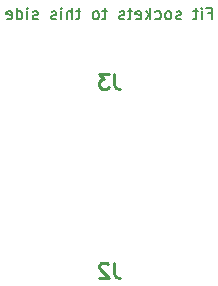
<source format=gbo>
G04 #@! TF.GenerationSoftware,KiCad,Pcbnew,(5.1.12)-1*
G04 #@! TF.CreationDate,2022-10-28T14:50:11+01:00*
G04 #@! TF.ProjectId,Apple-1 riser,4170706c-652d-4312-9072-697365722e6b,rev?*
G04 #@! TF.SameCoordinates,Original*
G04 #@! TF.FileFunction,Legend,Bot*
G04 #@! TF.FilePolarity,Positive*
%FSLAX46Y46*%
G04 Gerber Fmt 4.6, Leading zero omitted, Abs format (unit mm)*
G04 Created by KiCad (PCBNEW (5.1.12)-1) date 2022-10-28 14:50:11*
%MOMM*%
%LPD*%
G01*
G04 APERTURE LIST*
%ADD10C,0.150000*%
%ADD11C,0.254000*%
%ADD12C,1.905000*%
%ADD13R,1.905000X1.905000*%
%ADD14R,2.540000X10.000000*%
G04 APERTURE END LIST*
D10*
X154607142Y-100178571D02*
X154940476Y-100178571D01*
X154940476Y-100702380D02*
X154940476Y-99702380D01*
X154464285Y-99702380D01*
X154083333Y-100702380D02*
X154083333Y-100035714D01*
X154083333Y-99702380D02*
X154130952Y-99750000D01*
X154083333Y-99797619D01*
X154035714Y-99750000D01*
X154083333Y-99702380D01*
X154083333Y-99797619D01*
X153750000Y-100035714D02*
X153369047Y-100035714D01*
X153607142Y-99702380D02*
X153607142Y-100559523D01*
X153559523Y-100654761D01*
X153464285Y-100702380D01*
X153369047Y-100702380D01*
X152321428Y-100654761D02*
X152226190Y-100702380D01*
X152035714Y-100702380D01*
X151940476Y-100654761D01*
X151892857Y-100559523D01*
X151892857Y-100511904D01*
X151940476Y-100416666D01*
X152035714Y-100369047D01*
X152178571Y-100369047D01*
X152273809Y-100321428D01*
X152321428Y-100226190D01*
X152321428Y-100178571D01*
X152273809Y-100083333D01*
X152178571Y-100035714D01*
X152035714Y-100035714D01*
X151940476Y-100083333D01*
X151321428Y-100702380D02*
X151416666Y-100654761D01*
X151464285Y-100607142D01*
X151511904Y-100511904D01*
X151511904Y-100226190D01*
X151464285Y-100130952D01*
X151416666Y-100083333D01*
X151321428Y-100035714D01*
X151178571Y-100035714D01*
X151083333Y-100083333D01*
X151035714Y-100130952D01*
X150988095Y-100226190D01*
X150988095Y-100511904D01*
X151035714Y-100607142D01*
X151083333Y-100654761D01*
X151178571Y-100702380D01*
X151321428Y-100702380D01*
X150130952Y-100654761D02*
X150226190Y-100702380D01*
X150416666Y-100702380D01*
X150511904Y-100654761D01*
X150559523Y-100607142D01*
X150607142Y-100511904D01*
X150607142Y-100226190D01*
X150559523Y-100130952D01*
X150511904Y-100083333D01*
X150416666Y-100035714D01*
X150226190Y-100035714D01*
X150130952Y-100083333D01*
X149702380Y-100702380D02*
X149702380Y-99702380D01*
X149607142Y-100321428D02*
X149321428Y-100702380D01*
X149321428Y-100035714D02*
X149702380Y-100416666D01*
X148511904Y-100654761D02*
X148607142Y-100702380D01*
X148797619Y-100702380D01*
X148892857Y-100654761D01*
X148940476Y-100559523D01*
X148940476Y-100178571D01*
X148892857Y-100083333D01*
X148797619Y-100035714D01*
X148607142Y-100035714D01*
X148511904Y-100083333D01*
X148464285Y-100178571D01*
X148464285Y-100273809D01*
X148940476Y-100369047D01*
X148178571Y-100035714D02*
X147797619Y-100035714D01*
X148035714Y-99702380D02*
X148035714Y-100559523D01*
X147988095Y-100654761D01*
X147892857Y-100702380D01*
X147797619Y-100702380D01*
X147511904Y-100654761D02*
X147416666Y-100702380D01*
X147226190Y-100702380D01*
X147130952Y-100654761D01*
X147083333Y-100559523D01*
X147083333Y-100511904D01*
X147130952Y-100416666D01*
X147226190Y-100369047D01*
X147369047Y-100369047D01*
X147464285Y-100321428D01*
X147511904Y-100226190D01*
X147511904Y-100178571D01*
X147464285Y-100083333D01*
X147369047Y-100035714D01*
X147226190Y-100035714D01*
X147130952Y-100083333D01*
X146035714Y-100035714D02*
X145654761Y-100035714D01*
X145892857Y-99702380D02*
X145892857Y-100559523D01*
X145845238Y-100654761D01*
X145750000Y-100702380D01*
X145654761Y-100702380D01*
X145178571Y-100702380D02*
X145273809Y-100654761D01*
X145321428Y-100607142D01*
X145369047Y-100511904D01*
X145369047Y-100226190D01*
X145321428Y-100130952D01*
X145273809Y-100083333D01*
X145178571Y-100035714D01*
X145035714Y-100035714D01*
X144940476Y-100083333D01*
X144892857Y-100130952D01*
X144845238Y-100226190D01*
X144845238Y-100511904D01*
X144892857Y-100607142D01*
X144940476Y-100654761D01*
X145035714Y-100702380D01*
X145178571Y-100702380D01*
X143797619Y-100035714D02*
X143416666Y-100035714D01*
X143654761Y-99702380D02*
X143654761Y-100559523D01*
X143607142Y-100654761D01*
X143511904Y-100702380D01*
X143416666Y-100702380D01*
X143083333Y-100702380D02*
X143083333Y-99702380D01*
X142654761Y-100702380D02*
X142654761Y-100178571D01*
X142702380Y-100083333D01*
X142797619Y-100035714D01*
X142940476Y-100035714D01*
X143035714Y-100083333D01*
X143083333Y-100130952D01*
X142178571Y-100702380D02*
X142178571Y-100035714D01*
X142178571Y-99702380D02*
X142226190Y-99750000D01*
X142178571Y-99797619D01*
X142130952Y-99750000D01*
X142178571Y-99702380D01*
X142178571Y-99797619D01*
X141750000Y-100654761D02*
X141654761Y-100702380D01*
X141464285Y-100702380D01*
X141369047Y-100654761D01*
X141321428Y-100559523D01*
X141321428Y-100511904D01*
X141369047Y-100416666D01*
X141464285Y-100369047D01*
X141607142Y-100369047D01*
X141702380Y-100321428D01*
X141750000Y-100226190D01*
X141750000Y-100178571D01*
X141702380Y-100083333D01*
X141607142Y-100035714D01*
X141464285Y-100035714D01*
X141369047Y-100083333D01*
X140178571Y-100654761D02*
X140083333Y-100702380D01*
X139892857Y-100702380D01*
X139797619Y-100654761D01*
X139750000Y-100559523D01*
X139750000Y-100511904D01*
X139797619Y-100416666D01*
X139892857Y-100369047D01*
X140035714Y-100369047D01*
X140130952Y-100321428D01*
X140178571Y-100226190D01*
X140178571Y-100178571D01*
X140130952Y-100083333D01*
X140035714Y-100035714D01*
X139892857Y-100035714D01*
X139797619Y-100083333D01*
X139321428Y-100702380D02*
X139321428Y-100035714D01*
X139321428Y-99702380D02*
X139369047Y-99750000D01*
X139321428Y-99797619D01*
X139273809Y-99750000D01*
X139321428Y-99702380D01*
X139321428Y-99797619D01*
X138416666Y-100702380D02*
X138416666Y-99702380D01*
X138416666Y-100654761D02*
X138511904Y-100702380D01*
X138702380Y-100702380D01*
X138797619Y-100654761D01*
X138845238Y-100607142D01*
X138892857Y-100511904D01*
X138892857Y-100226190D01*
X138845238Y-100130952D01*
X138797619Y-100083333D01*
X138702380Y-100035714D01*
X138511904Y-100035714D01*
X138416666Y-100083333D01*
X137559523Y-100654761D02*
X137654761Y-100702380D01*
X137845238Y-100702380D01*
X137940476Y-100654761D01*
X137988095Y-100559523D01*
X137988095Y-100178571D01*
X137940476Y-100083333D01*
X137845238Y-100035714D01*
X137654761Y-100035714D01*
X137559523Y-100083333D01*
X137511904Y-100178571D01*
X137511904Y-100273809D01*
X137988095Y-100369047D01*
D11*
X146673333Y-105304523D02*
X146673333Y-106211666D01*
X146733809Y-106393095D01*
X146854761Y-106514047D01*
X147036190Y-106574523D01*
X147157142Y-106574523D01*
X146189523Y-105304523D02*
X145403333Y-105304523D01*
X145826666Y-105788333D01*
X145645238Y-105788333D01*
X145524285Y-105848809D01*
X145463809Y-105909285D01*
X145403333Y-106030238D01*
X145403333Y-106332619D01*
X145463809Y-106453571D01*
X145524285Y-106514047D01*
X145645238Y-106574523D01*
X146008095Y-106574523D01*
X146129047Y-106514047D01*
X146189523Y-106453571D01*
X146673333Y-121304523D02*
X146673333Y-122211666D01*
X146733809Y-122393095D01*
X146854761Y-122514047D01*
X147036190Y-122574523D01*
X147157142Y-122574523D01*
X146129047Y-121425476D02*
X146068571Y-121365000D01*
X145947619Y-121304523D01*
X145645238Y-121304523D01*
X145524285Y-121365000D01*
X145463809Y-121425476D01*
X145403333Y-121546428D01*
X145403333Y-121667380D01*
X145463809Y-121848809D01*
X146189523Y-122574523D01*
X145403333Y-122574523D01*
%LPC*%
D12*
X188160000Y-102000000D03*
X184200000Y-102000000D03*
X180240000Y-102000000D03*
X176280000Y-102000000D03*
X172320000Y-102000000D03*
X168360000Y-102000000D03*
X164400000Y-102000000D03*
X160440000Y-102000000D03*
X156480000Y-102000000D03*
X152520000Y-102000000D03*
X148560000Y-102000000D03*
X144600000Y-102000000D03*
X140640000Y-102000000D03*
X136680000Y-102000000D03*
X132720000Y-102000000D03*
X128760000Y-102000000D03*
X124800000Y-102000000D03*
X120840000Y-102000000D03*
X116880000Y-102000000D03*
X112920000Y-102000000D03*
X108960000Y-102000000D03*
X105000000Y-102000000D03*
X188160000Y-98440000D03*
X184200000Y-98440000D03*
X180240000Y-98440000D03*
X176280000Y-98440000D03*
X172320000Y-98440000D03*
X168360000Y-98440000D03*
X164400000Y-98440000D03*
X160440000Y-98440000D03*
X156480000Y-98440000D03*
X152520000Y-98440000D03*
X148560000Y-98440000D03*
X144600000Y-98440000D03*
X140640000Y-98440000D03*
X136680000Y-98440000D03*
X132720000Y-98440000D03*
X128760000Y-98440000D03*
X124800000Y-98440000D03*
X120840000Y-98440000D03*
X116880000Y-98440000D03*
X112920000Y-98440000D03*
X108960000Y-98440000D03*
D13*
X105000000Y-98440000D03*
D12*
X188160000Y-118250000D03*
X184200000Y-118250000D03*
X180240000Y-118250000D03*
X176280000Y-118250000D03*
X172320000Y-118250000D03*
X168360000Y-118250000D03*
X164400000Y-118250000D03*
X160440000Y-118250000D03*
X156480000Y-118250000D03*
X152520000Y-118250000D03*
X148560000Y-118250000D03*
X144600000Y-118250000D03*
X140640000Y-118250000D03*
X136680000Y-118250000D03*
X132720000Y-118250000D03*
X128760000Y-118250000D03*
X124800000Y-118250000D03*
X120840000Y-118250000D03*
X116880000Y-118250000D03*
X112920000Y-118250000D03*
X108960000Y-118250000D03*
X105000000Y-118250000D03*
X188160000Y-114690000D03*
X184200000Y-114690000D03*
X180240000Y-114690000D03*
X176280000Y-114690000D03*
X172320000Y-114690000D03*
X168360000Y-114690000D03*
X164400000Y-114690000D03*
X160440000Y-114690000D03*
X156480000Y-114690000D03*
X152520000Y-114690000D03*
X148560000Y-114690000D03*
X144600000Y-114690000D03*
X140640000Y-114690000D03*
X136680000Y-114690000D03*
X132720000Y-114690000D03*
X128760000Y-114690000D03*
X124800000Y-114690000D03*
X120840000Y-114690000D03*
X116880000Y-114690000D03*
X112920000Y-114690000D03*
X108960000Y-114690000D03*
D13*
X105000000Y-114690000D03*
D14*
X105000000Y-141540000D03*
X108960000Y-141540000D03*
X112920000Y-141540000D03*
X116880000Y-141540000D03*
X120840000Y-141540000D03*
X124800000Y-141540000D03*
X128760000Y-141540000D03*
X132720000Y-141540000D03*
X136680000Y-141540000D03*
X140640000Y-141540000D03*
X144600000Y-141540000D03*
X148560000Y-141540000D03*
X152520000Y-141540000D03*
X156480000Y-141540000D03*
X160440000Y-141540000D03*
X164400000Y-141540000D03*
X168360000Y-141540000D03*
X172320000Y-141540000D03*
X176280000Y-141540000D03*
X180240000Y-141540000D03*
X184200000Y-141540000D03*
X188160000Y-141540000D03*
M02*

</source>
